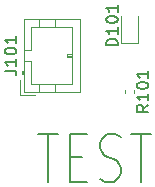
<source format=gto>
G04 #@! TF.GenerationSoftware,KiCad,Pcbnew,7.0.9-7.0.9~ubuntu23.04.1*
G04 #@! TF.CreationDate,2024-01-10T16:35:43+00:00*
G04 #@! TF.ProjectId,test_project,74657374-5f70-4726-9f6a-6563742e6b69,rev?*
G04 #@! TF.SameCoordinates,Original*
G04 #@! TF.FileFunction,Legend,Top*
G04 #@! TF.FilePolarity,Positive*
%FSLAX46Y46*%
G04 Gerber Fmt 4.6, Leading zero omitted, Abs format (unit mm)*
G04 Created by KiCad (PCBNEW 7.0.9-7.0.9~ubuntu23.04.1) date 2024-01-10 16:35:43*
%MOMM*%
%LPD*%
G01*
G04 APERTURE LIST*
%ADD10C,0.150000*%
%ADD11C,0.120000*%
%ADD12O,1.750000X1.200000*%
G04 APERTURE END LIST*
D10*
X135004398Y-95070676D02*
X136718684Y-95070676D01*
X135861541Y-99070676D02*
X135861541Y-95070676D01*
X137718683Y-96975438D02*
X138718683Y-96975438D01*
X139147255Y-99070676D02*
X137718683Y-99070676D01*
X137718683Y-99070676D02*
X137718683Y-95070676D01*
X137718683Y-95070676D02*
X139147255Y-95070676D01*
X140290112Y-98880200D02*
X140718684Y-99070676D01*
X140718684Y-99070676D02*
X141432969Y-99070676D01*
X141432969Y-99070676D02*
X141718684Y-98880200D01*
X141718684Y-98880200D02*
X141861541Y-98689723D01*
X141861541Y-98689723D02*
X142004398Y-98308771D01*
X142004398Y-98308771D02*
X142004398Y-97927819D01*
X142004398Y-97927819D02*
X141861541Y-97546866D01*
X141861541Y-97546866D02*
X141718684Y-97356390D01*
X141718684Y-97356390D02*
X141432969Y-97165914D01*
X141432969Y-97165914D02*
X140861541Y-96975438D01*
X140861541Y-96975438D02*
X140575826Y-96784961D01*
X140575826Y-96784961D02*
X140432969Y-96594485D01*
X140432969Y-96594485D02*
X140290112Y-96213533D01*
X140290112Y-96213533D02*
X140290112Y-95832580D01*
X140290112Y-95832580D02*
X140432969Y-95451628D01*
X140432969Y-95451628D02*
X140575826Y-95261152D01*
X140575826Y-95261152D02*
X140861541Y-95070676D01*
X140861541Y-95070676D02*
X141575826Y-95070676D01*
X141575826Y-95070676D02*
X142004398Y-95261152D01*
X142861541Y-95070676D02*
X144575827Y-95070676D01*
X143718684Y-99070676D02*
X143718684Y-95070676D01*
X141772819Y-87542475D02*
X140772819Y-87542475D01*
X140772819Y-87542475D02*
X140772819Y-87304380D01*
X140772819Y-87304380D02*
X140820438Y-87161523D01*
X140820438Y-87161523D02*
X140915676Y-87066285D01*
X140915676Y-87066285D02*
X141010914Y-87018666D01*
X141010914Y-87018666D02*
X141201390Y-86971047D01*
X141201390Y-86971047D02*
X141344247Y-86971047D01*
X141344247Y-86971047D02*
X141534723Y-87018666D01*
X141534723Y-87018666D02*
X141629961Y-87066285D01*
X141629961Y-87066285D02*
X141725200Y-87161523D01*
X141725200Y-87161523D02*
X141772819Y-87304380D01*
X141772819Y-87304380D02*
X141772819Y-87542475D01*
X141772819Y-86018666D02*
X141772819Y-86590094D01*
X141772819Y-86304380D02*
X140772819Y-86304380D01*
X140772819Y-86304380D02*
X140915676Y-86399618D01*
X140915676Y-86399618D02*
X141010914Y-86494856D01*
X141010914Y-86494856D02*
X141058533Y-86590094D01*
X140772819Y-85399618D02*
X140772819Y-85304380D01*
X140772819Y-85304380D02*
X140820438Y-85209142D01*
X140820438Y-85209142D02*
X140868057Y-85161523D01*
X140868057Y-85161523D02*
X140963295Y-85113904D01*
X140963295Y-85113904D02*
X141153771Y-85066285D01*
X141153771Y-85066285D02*
X141391866Y-85066285D01*
X141391866Y-85066285D02*
X141582342Y-85113904D01*
X141582342Y-85113904D02*
X141677580Y-85161523D01*
X141677580Y-85161523D02*
X141725200Y-85209142D01*
X141725200Y-85209142D02*
X141772819Y-85304380D01*
X141772819Y-85304380D02*
X141772819Y-85399618D01*
X141772819Y-85399618D02*
X141725200Y-85494856D01*
X141725200Y-85494856D02*
X141677580Y-85542475D01*
X141677580Y-85542475D02*
X141582342Y-85590094D01*
X141582342Y-85590094D02*
X141391866Y-85637713D01*
X141391866Y-85637713D02*
X141153771Y-85637713D01*
X141153771Y-85637713D02*
X140963295Y-85590094D01*
X140963295Y-85590094D02*
X140868057Y-85542475D01*
X140868057Y-85542475D02*
X140820438Y-85494856D01*
X140820438Y-85494856D02*
X140772819Y-85399618D01*
X141772819Y-84113904D02*
X141772819Y-84685332D01*
X141772819Y-84399618D02*
X140772819Y-84399618D01*
X140772819Y-84399618D02*
X140915676Y-84494856D01*
X140915676Y-84494856D02*
X141010914Y-84590094D01*
X141010914Y-84590094D02*
X141058533Y-84685332D01*
X144372819Y-92561046D02*
X143896628Y-92894379D01*
X144372819Y-93132474D02*
X143372819Y-93132474D01*
X143372819Y-93132474D02*
X143372819Y-92751522D01*
X143372819Y-92751522D02*
X143420438Y-92656284D01*
X143420438Y-92656284D02*
X143468057Y-92608665D01*
X143468057Y-92608665D02*
X143563295Y-92561046D01*
X143563295Y-92561046D02*
X143706152Y-92561046D01*
X143706152Y-92561046D02*
X143801390Y-92608665D01*
X143801390Y-92608665D02*
X143849009Y-92656284D01*
X143849009Y-92656284D02*
X143896628Y-92751522D01*
X143896628Y-92751522D02*
X143896628Y-93132474D01*
X144372819Y-91608665D02*
X144372819Y-92180093D01*
X144372819Y-91894379D02*
X143372819Y-91894379D01*
X143372819Y-91894379D02*
X143515676Y-91989617D01*
X143515676Y-91989617D02*
X143610914Y-92084855D01*
X143610914Y-92084855D02*
X143658533Y-92180093D01*
X143372819Y-90989617D02*
X143372819Y-90894379D01*
X143372819Y-90894379D02*
X143420438Y-90799141D01*
X143420438Y-90799141D02*
X143468057Y-90751522D01*
X143468057Y-90751522D02*
X143563295Y-90703903D01*
X143563295Y-90703903D02*
X143753771Y-90656284D01*
X143753771Y-90656284D02*
X143991866Y-90656284D01*
X143991866Y-90656284D02*
X144182342Y-90703903D01*
X144182342Y-90703903D02*
X144277580Y-90751522D01*
X144277580Y-90751522D02*
X144325200Y-90799141D01*
X144325200Y-90799141D02*
X144372819Y-90894379D01*
X144372819Y-90894379D02*
X144372819Y-90989617D01*
X144372819Y-90989617D02*
X144325200Y-91084855D01*
X144325200Y-91084855D02*
X144277580Y-91132474D01*
X144277580Y-91132474D02*
X144182342Y-91180093D01*
X144182342Y-91180093D02*
X143991866Y-91227712D01*
X143991866Y-91227712D02*
X143753771Y-91227712D01*
X143753771Y-91227712D02*
X143563295Y-91180093D01*
X143563295Y-91180093D02*
X143468057Y-91132474D01*
X143468057Y-91132474D02*
X143420438Y-91084855D01*
X143420438Y-91084855D02*
X143372819Y-90989617D01*
X144372819Y-89703903D02*
X144372819Y-90275331D01*
X144372819Y-89989617D02*
X143372819Y-89989617D01*
X143372819Y-89989617D02*
X143515676Y-90084855D01*
X143515676Y-90084855D02*
X143610914Y-90180093D01*
X143610914Y-90180093D02*
X143658533Y-90275331D01*
X132190819Y-89677714D02*
X132905104Y-89677714D01*
X132905104Y-89677714D02*
X133047961Y-89725333D01*
X133047961Y-89725333D02*
X133143200Y-89820571D01*
X133143200Y-89820571D02*
X133190819Y-89963428D01*
X133190819Y-89963428D02*
X133190819Y-90058666D01*
X133190819Y-88677714D02*
X133190819Y-89249142D01*
X133190819Y-88963428D02*
X132190819Y-88963428D01*
X132190819Y-88963428D02*
X132333676Y-89058666D01*
X132333676Y-89058666D02*
X132428914Y-89153904D01*
X132428914Y-89153904D02*
X132476533Y-89249142D01*
X132190819Y-88058666D02*
X132190819Y-87963428D01*
X132190819Y-87963428D02*
X132238438Y-87868190D01*
X132238438Y-87868190D02*
X132286057Y-87820571D01*
X132286057Y-87820571D02*
X132381295Y-87772952D01*
X132381295Y-87772952D02*
X132571771Y-87725333D01*
X132571771Y-87725333D02*
X132809866Y-87725333D01*
X132809866Y-87725333D02*
X133000342Y-87772952D01*
X133000342Y-87772952D02*
X133095580Y-87820571D01*
X133095580Y-87820571D02*
X133143200Y-87868190D01*
X133143200Y-87868190D02*
X133190819Y-87963428D01*
X133190819Y-87963428D02*
X133190819Y-88058666D01*
X133190819Y-88058666D02*
X133143200Y-88153904D01*
X133143200Y-88153904D02*
X133095580Y-88201523D01*
X133095580Y-88201523D02*
X133000342Y-88249142D01*
X133000342Y-88249142D02*
X132809866Y-88296761D01*
X132809866Y-88296761D02*
X132571771Y-88296761D01*
X132571771Y-88296761D02*
X132381295Y-88249142D01*
X132381295Y-88249142D02*
X132286057Y-88201523D01*
X132286057Y-88201523D02*
X132238438Y-88153904D01*
X132238438Y-88153904D02*
X132190819Y-88058666D01*
X133190819Y-86772952D02*
X133190819Y-87344380D01*
X133190819Y-87058666D02*
X132190819Y-87058666D01*
X132190819Y-87058666D02*
X132333676Y-87153904D01*
X132333676Y-87153904D02*
X132428914Y-87249142D01*
X132428914Y-87249142D02*
X132476533Y-87344380D01*
D11*
X142013000Y-87337000D02*
X143483000Y-87337000D01*
X143483000Y-87337000D02*
X143483000Y-85052000D01*
X142013000Y-85052000D02*
X142013000Y-87337000D01*
X143128000Y-91288358D02*
X143128000Y-91595640D01*
X142368000Y-91288358D02*
X142368000Y-91595640D01*
X133526000Y-91752000D02*
X134776000Y-91752000D01*
X133826000Y-91452000D02*
X138546000Y-91452000D01*
X135136000Y-91452000D02*
X135136000Y-90842000D01*
X136436000Y-91452000D02*
X136436000Y-90842000D01*
X138546000Y-91452000D02*
X138546000Y-85332000D01*
X134436000Y-90842000D02*
X137936000Y-90842000D01*
X137936000Y-90842000D02*
X137936000Y-85942000D01*
X133526000Y-90502000D02*
X133526000Y-91752000D01*
X133626000Y-89992000D02*
X133826000Y-89992000D01*
X133626000Y-89692000D02*
X133626000Y-89992000D01*
X133726000Y-89692000D02*
X133726000Y-89992000D01*
X133826000Y-89692000D02*
X133626000Y-89692000D01*
X133826000Y-88892000D02*
X134436000Y-88892000D01*
X134436000Y-88892000D02*
X134436000Y-90842000D01*
X137436000Y-88492000D02*
X137436000Y-88292000D01*
X137936000Y-88492000D02*
X137436000Y-88492000D01*
X137936000Y-88392000D02*
X137436000Y-88392000D01*
X137436000Y-88292000D02*
X137936000Y-88292000D01*
X134436000Y-87892000D02*
X133826000Y-87892000D01*
X134436000Y-85942000D02*
X134436000Y-87892000D01*
X137936000Y-85942000D02*
X134436000Y-85942000D01*
X133826000Y-85332000D02*
X133826000Y-91452000D01*
X135136000Y-85332000D02*
X135136000Y-85942000D01*
X136436000Y-85332000D02*
X136436000Y-85942000D01*
X138546000Y-85332000D02*
X133826000Y-85332000D01*
%LPC*%
G36*
G01*
X143004250Y-87077000D02*
X142491750Y-87077000D01*
G75*
G02*
X142273000Y-86858250I0J218750D01*
G01*
X142273000Y-86420750D01*
G75*
G02*
X142491750Y-86202000I218750J0D01*
G01*
X143004250Y-86202000D01*
G75*
G02*
X143223000Y-86420750I0J-218750D01*
G01*
X143223000Y-86858250D01*
G75*
G02*
X143004250Y-87077000I-218750J0D01*
G01*
G37*
G36*
G01*
X143004250Y-85502000D02*
X142491750Y-85502000D01*
G75*
G02*
X142273000Y-85283250I0J218750D01*
G01*
X142273000Y-84845750D01*
G75*
G02*
X142491750Y-84627000I218750J0D01*
G01*
X143004250Y-84627000D01*
G75*
G02*
X143223000Y-84845750I0J-218750D01*
G01*
X143223000Y-85283250D01*
G75*
G02*
X143004250Y-85502000I-218750J0D01*
G01*
G37*
G36*
G01*
X142563000Y-90661999D02*
X142933000Y-90661999D01*
G75*
G02*
X143068000Y-90796999I0J-135000D01*
G01*
X143068000Y-91066999D01*
G75*
G02*
X142933000Y-91201999I-135000J0D01*
G01*
X142563000Y-91201999D01*
G75*
G02*
X142428000Y-91066999I0J135000D01*
G01*
X142428000Y-90796999D01*
G75*
G02*
X142563000Y-90661999I135000J0D01*
G01*
G37*
G36*
G01*
X142563000Y-91681999D02*
X142933000Y-91681999D01*
G75*
G02*
X143068000Y-91816999I0J-135000D01*
G01*
X143068000Y-92086999D01*
G75*
G02*
X142933000Y-92221999I-135000J0D01*
G01*
X142563000Y-92221999D01*
G75*
G02*
X142428000Y-92086999I0J135000D01*
G01*
X142428000Y-91816999D01*
G75*
G02*
X142563000Y-91681999I135000J0D01*
G01*
G37*
G36*
G01*
X136261000Y-89992000D02*
X135011000Y-89992000D01*
G75*
G02*
X134761000Y-89742000I0J250000D01*
G01*
X134761000Y-89042000D01*
G75*
G02*
X135011000Y-88792000I250000J0D01*
G01*
X136261000Y-88792000D01*
G75*
G02*
X136511000Y-89042000I0J-250000D01*
G01*
X136511000Y-89742000D01*
G75*
G02*
X136261000Y-89992000I-250000J0D01*
G01*
G37*
D12*
X135636000Y-87392000D03*
%LPD*%
M02*

</source>
